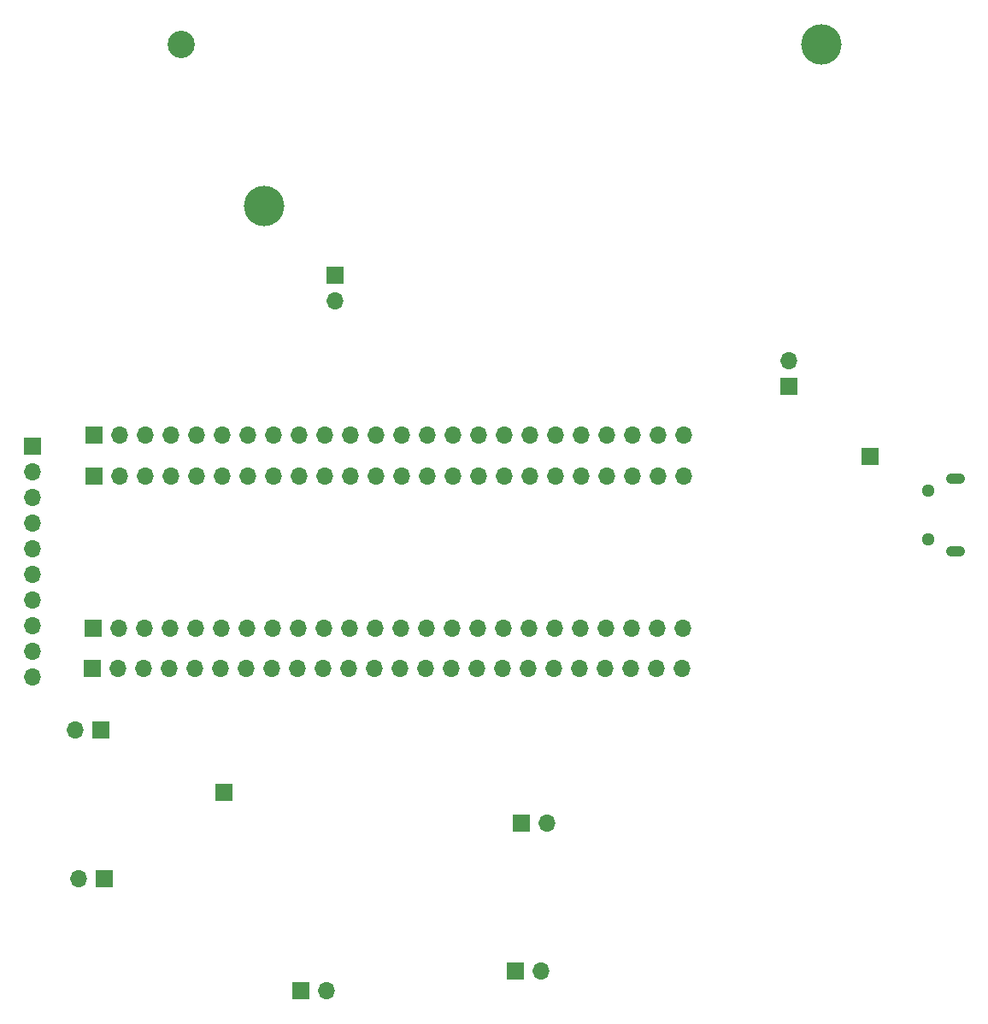
<source format=gbr>
%TF.GenerationSoftware,KiCad,Pcbnew,7.0.1-3b83917a11~172~ubuntu22.04.1*%
%TF.CreationDate,2023-04-04T09:47:24+02:00*%
%TF.ProjectId,HAT,4841542e-6b69-4636-9164-5f7063625858,rev?*%
%TF.SameCoordinates,Original*%
%TF.FileFunction,Soldermask,Bot*%
%TF.FilePolarity,Negative*%
%FSLAX46Y46*%
G04 Gerber Fmt 4.6, Leading zero omitted, Abs format (unit mm)*
G04 Created by KiCad (PCBNEW 7.0.1-3b83917a11~172~ubuntu22.04.1) date 2023-04-04 09:47:24*
%MOMM*%
%LPD*%
G01*
G04 APERTURE LIST*
%ADD10R,1.700000X1.700000*%
%ADD11O,1.700000X1.700000*%
%ADD12C,4.000000*%
%ADD13C,2.700000*%
%ADD14O,1.900000X1.070000*%
%ADD15O,1.300000X1.300000*%
G04 APERTURE END LIST*
D10*
%TO.C,J10*%
X106656400Y-107594900D03*
D11*
X109196400Y-107594900D03*
X111736400Y-107594900D03*
X114276400Y-107594900D03*
X116816400Y-107594900D03*
X119356400Y-107594900D03*
X121896400Y-107594900D03*
X124436400Y-107594900D03*
X126976400Y-107594900D03*
X129516400Y-107594900D03*
X132056400Y-107594900D03*
X134596400Y-107594900D03*
X137136400Y-107594900D03*
X139676400Y-107594900D03*
X142216400Y-107594900D03*
X144756400Y-107594900D03*
X147296400Y-107594900D03*
X149836400Y-107594900D03*
X152376400Y-107594900D03*
X154916400Y-107594900D03*
X157456400Y-107594900D03*
X159996400Y-107594900D03*
X162536400Y-107594900D03*
X165076400Y-107594900D03*
%TD*%
D10*
%TO.C,J12*%
X148506400Y-141569824D03*
D11*
X151046400Y-141569824D03*
%TD*%
D10*
%TO.C,J7*%
X183596400Y-90644900D03*
%TD*%
%TO.C,J2*%
X130596400Y-72644900D03*
D11*
X130596400Y-75184900D03*
%TD*%
D10*
%TO.C,J14*%
X107446400Y-117744900D03*
D11*
X104906400Y-117744900D03*
%TD*%
D12*
%TO.C,BT1*%
X178754800Y-49785000D03*
X123554800Y-65785000D03*
D13*
X115334800Y-49785000D03*
%TD*%
D10*
%TO.C,J8*%
X106705400Y-88493600D03*
D11*
X109245400Y-88493600D03*
X111785400Y-88493600D03*
X114325400Y-88493600D03*
X116865400Y-88493600D03*
X119405400Y-88493600D03*
X121945400Y-88493600D03*
X124485400Y-88493600D03*
X127025400Y-88493600D03*
X129565400Y-88493600D03*
X132105400Y-88493600D03*
X134645400Y-88493600D03*
X137185400Y-88493600D03*
X139725400Y-88493600D03*
X142265400Y-88493600D03*
X144805400Y-88493600D03*
X147345400Y-88493600D03*
X149885400Y-88493600D03*
X152425400Y-88493600D03*
X154965400Y-88493600D03*
X157505400Y-88493600D03*
X160045400Y-88493600D03*
X162585400Y-88493600D03*
X165125400Y-88493600D03*
%TD*%
D10*
%TO.C,J1*%
X175596400Y-83644900D03*
D11*
X175596400Y-81104900D03*
%TD*%
D14*
%TO.C,J6*%
X192049200Y-99990100D03*
D15*
X189399200Y-98815100D03*
X189399200Y-93965100D03*
D14*
X192049200Y-92790100D03*
%TD*%
D10*
%TO.C,J15*%
X107746400Y-132444900D03*
D11*
X105206400Y-132444900D03*
%TD*%
D10*
%TO.C,J5*%
X100596400Y-89564900D03*
D11*
X100596400Y-92104900D03*
X100596400Y-94644900D03*
X100596400Y-97184900D03*
X100596400Y-99724900D03*
X100596400Y-102264900D03*
X100596400Y-104804900D03*
X100596400Y-107344900D03*
X100596400Y-109884900D03*
X100596400Y-112424900D03*
%TD*%
D10*
%TO.C,J11*%
X106576400Y-111594900D03*
D11*
X109116400Y-111594900D03*
X111656400Y-111594900D03*
X114196400Y-111594900D03*
X116736400Y-111594900D03*
X119276400Y-111594900D03*
X121816400Y-111594900D03*
X124356400Y-111594900D03*
X126896400Y-111594900D03*
X129436400Y-111594900D03*
X131976400Y-111594900D03*
X134516400Y-111594900D03*
X137056400Y-111594900D03*
X139596400Y-111594900D03*
X142136400Y-111594900D03*
X144676400Y-111594900D03*
X147216400Y-111594900D03*
X149756400Y-111594900D03*
X152296400Y-111594900D03*
X154836400Y-111594900D03*
X157376400Y-111594900D03*
X159916400Y-111594900D03*
X162456400Y-111594900D03*
X164996400Y-111594900D03*
%TD*%
D10*
%TO.C,J4*%
X127198144Y-143564900D03*
D11*
X129738144Y-143564900D03*
%TD*%
D10*
%TO.C,J9*%
X106716400Y-92594900D03*
D11*
X109256400Y-92594900D03*
X111796400Y-92594900D03*
X114336400Y-92594900D03*
X116876400Y-92594900D03*
X119416400Y-92594900D03*
X121956400Y-92594900D03*
X124496400Y-92594900D03*
X127036400Y-92594900D03*
X129576400Y-92594900D03*
X132116400Y-92594900D03*
X134656400Y-92594900D03*
X137196400Y-92594900D03*
X139736400Y-92594900D03*
X142276400Y-92594900D03*
X144816400Y-92594900D03*
X147356400Y-92594900D03*
X149896400Y-92594900D03*
X152436400Y-92594900D03*
X154976400Y-92594900D03*
X157516400Y-92594900D03*
X160056400Y-92594900D03*
X162596400Y-92594900D03*
X165136400Y-92594900D03*
%TD*%
D10*
%TO.C,J3*%
X119596400Y-123857400D03*
%TD*%
%TO.C,J13*%
X149071400Y-126894862D03*
D11*
X151611400Y-126894862D03*
%TD*%
M02*

</source>
